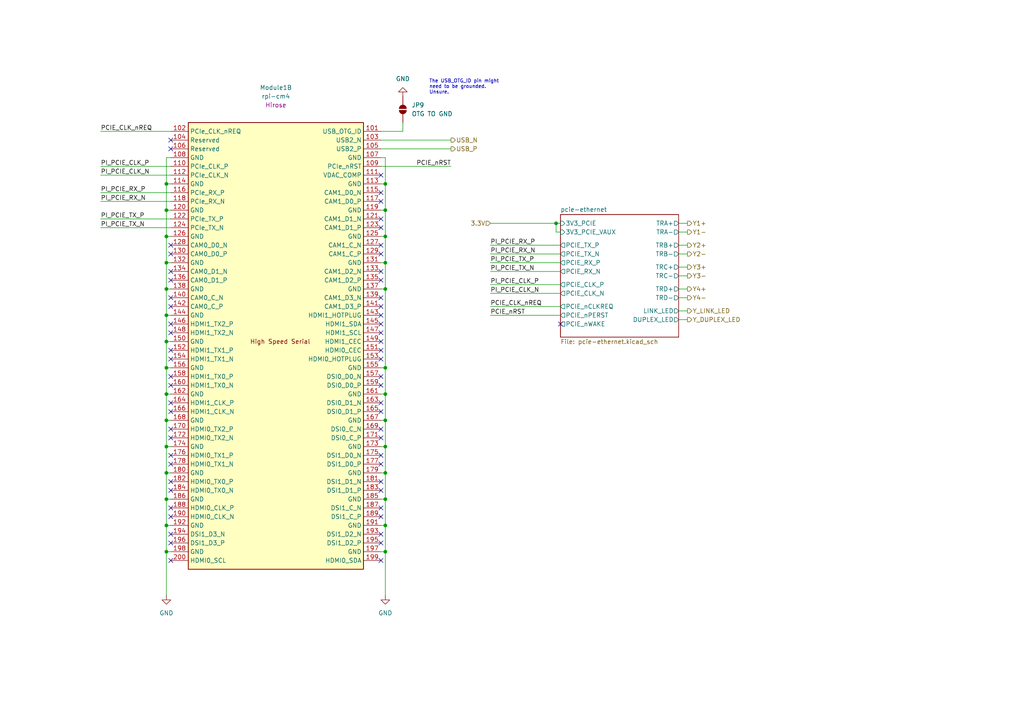
<source format=kicad_sch>
(kicad_sch (version 20250114) (generator "eeschema") (generator_version "9.0")
  (paper "A4")
  (title_block (title "CM4 Hi-speed Serial") (date "2025-12-08") (rev "0.1"))
  (lib_symbols
    (symbol "Jumper:SolderJumper_2_Open" (pin_numbers (hide yes)) (pin_names (offset 0) (hide yes)) (in_bom no)
      (property "Reference" "JP" (at 0 2.032 0))
      (property "Value" "SolderJumper_2_Open" (at 0 -2.54 0))
      (symbol "SolderJumper_2_Open_0_1"
        (polyline (pts (xy -0.254 1.016) (xy -0.254 -1.016)))
        (arc (start -0.254 -1.016) (mid -1.2656 0) (end -0.254 1.016))
        (arc (start -0.254 -1.016) (mid -1.2656 0) (end -0.254 1.016) (fill (type outline)))
        (arc (start 0.254 1.016) (mid 1.2656 0) (end 0.254 -1.016))
        (arc (start 0.254 1.016) (mid 1.2656 0) (end 0.254 -1.016) (fill (type outline)))
        (polyline (pts (xy 0.254 1.016) (xy 0.254 -1.016)))
      )
      (symbol "SolderJumper_2_Open_1_1"
        (pin passive line (at -3.81 0 0) (length 2.54) (name "A") (number "1"))
        (pin passive line (at 3.81 0 180) (length 2.54) (name "B") (number "2"))
      )
    )
    (symbol "fc-board:rpi-cm4"
      (property "Reference" "DF40C-100DS-0.4V(51)" (at 0 61.976 0))
      (property "Value" "rpi-cm4" (at 0 59.944 0))
      (property "Field4" "Hirose" (at 0 0 0))
      (symbol "rpi-cm4_1_0"
        (text "GPIO" (at 0 6.35 0) (effects (font (size 1.27 1.27))))
      )
      (symbol "rpi-cm4_1_1"
        (rectangle (start -30.48 58.42) (end 25.4 -71.12) (stroke (width 0.254)) (fill (type background)))
        (text "600mA Max" (at -8.89 -48.26 0) (effects (font (size 1.27 1.27))))
        (text "600mA Max" (at -8.89 -53.34 0) (effects (font (size 1.27 1.27))))
        (text "NB SD signals are only available" (at -1.27 -27.94 0) (effects (font (size 1.27 1.27))))
        (text "on modules without eMMC" (at -1.27 -30.48 0) (effects (font (size 1.27 1.27))))
        (pin power_in line (at -33.02 55.88 0) (length 2.54) (name "GND") (number "2"))
        (pin passive line (at -33.02 53.34 0) (length 2.54) (name "Ethernet_Pair1_P") (number "4"))
        (pin passive line (at -33.02 50.8 0) (length 2.54) (name "Ethernet_Pair1_N") (number "6"))
        (pin power_in line (at -33.02 48.26 0) (length 2.54) (name "GND") (number "8"))
        (pin passive line (at -33.02 45.72 0) (length 2.54) (name "Ethernet_Pair0_N") (number "10"))
        (pin passive line (at -33.02 43.18 0) (length 2.54) (name "Ethernet_Pair0_P") (number "12"))
        (pin power_in line (at -33.02 40.64 0) (length 2.54) (name "GND") (number "14"))
        (pin input line (at -33.02 38.1 0) (length 2.54) (name "Ethernet_SYNC_IN(1.8v)") (number "16"))
        (pin input line (at -33.02 35.56 0) (length 2.54) (name "Ethernet_SYNC_OUT(1.8v)") (number "18"))
        (pin passive line (at -33.02 33.02 0) (length 2.54) (name "EEPROM_nWP") (number "20"))
        (pin power_in line (at -33.02 30.48 0) (length 2.54) (name "GND") (number "22"))
        (pin passive line (at -33.02 27.94 0) (length 2.54) (name "GPIO26") (number "24"))
        (pin passive line (at -33.02 25.4 0) (length 2.54) (name "GPIO19") (number "26"))
        (pin passive line (at -33.02 22.86 0) (length 2.54) (name "GPIO13") (number "28"))
        (pin passive line (at -33.02 20.32 0) (length 2.54) (name "GPIO6") (number "30"))
        (pin power_in line (at -33.02 17.78 0) (length 2.54) (name "GND") (number "32"))
        (pin passive line (at -33.02 15.24 0) (length 2.54) (name "GPIO5") (number "34"))
        (pin passive line (at -33.02 12.7 0) (length 2.54) (name "ID_SD") (number "36"))
        (pin passive line (at -33.02 10.16 0) (length 2.54) (name "GPIO11") (number "38"))
        (pin passive line (at -33.02 7.62 0) (length 2.54) (name "GPIO9") (number "40"))
        (pin power_in line (at -33.02 5.08 0) (length 2.54) (name "GND") (number "42"))
        (pin passive line (at -33.02 2.54 0) (length 2.54) (name "GPIO10") (number "44"))
        (pin passive line (at -33.02 0 0) (length 2.54) (name "GPIO22") (number "46"))
        (pin passive line (at -33.02 -2.54 0) (length 2.54) (name "GPIO27") (number "48"))
        (pin passive line (at -33.02 -5.08 0) (length 2.54) (name "GPIO17") (number "50"))
        (pin power_in line (at -33.02 -7.62 0) (length 2.54) (name "GND") (number "52"))
        (pin passive line (at -33.02 -10.16 0) (length 2.54) (name "GPIO4") (number "54"))
        (pin passive line (at -33.02 -12.7 0) (length 2.54) (name "GPIO3") (number "56"))
        (pin passive line (at -33.02 -15.24 0) (length 2.54) (name "GPIO2") (number "58"))
        (pin power_in line (at -33.02 -17.78 0) (length 2.54) (name "GND") (number "60"))
        (pin passive line (at -33.02 -20.32 0) (length 2.54) (name "SD_CMD") (number "62"))
        (pin passive line (at -33.02 -22.86 0) (length 2.54) (name "SD_DAT5") (number "64"))
        (pin power_in line (at -33.02 -25.4 0) (length 2.54) (name "GND") (number "66"))
        (pin passive line (at -33.02 -27.94 0) (length 2.54) (name "SD_DAT4") (number "68"))
        (pin passive line (at -33.02 -30.48 0) (length 2.54) (name "SD_DAT7") (number "70"))
        (pin passive line (at -33.02 -33.02 0) (length 2.54) (name "SD_DAT6") (number "72"))
        (pin power_in line (at -33.02 -35.56 0) (length 2.54) (name "GND") (number "74"))
        (pin passive line (at -33.02 -38.1 0) (length 2.54) (name "Reserved") (number "76"))
        (pin power_in line (at -33.02 -40.64 0) (length 2.54) (name "GPIO_VREF(1.8v/3.3v_Input)") (number "78"))
        (pin passive line (at -33.02 -43.18 0) (length 2.54) (name "SCL0") (number "80"))
        (pin passive line (at -33.02 -45.72 0) (length 2.54) (name "SDA0") (number "82"))
        (pin power_out line (at -33.02 -48.26 0) (length 2.54) (name "+3.3v_(Output)") (number "84"))
        (pin power_out line (at -33.02 -50.8 0) (length 2.54) (name "+3.3v_(Output)") (number "86"))
        (pin power_out line (at -33.02 -53.34 0) (length 2.54) (name "+1.8v_(Output)") (number "88"))
        (pin power_out line (at -33.02 -55.88 0) (length 2.54) (name "+1.8v_(Output)") (number "90"))
        (pin passive line (at -33.02 -58.42 0) (length 2.54) (name "RUN_PG") (number "92"))
        (pin passive line (at -33.02 -60.96 0) (length 2.54) (name "AnalogIP1") (number "94"))
        (pin passive line (at -33.02 -63.5 0) (length 2.54) (name "AnalogIP0") (number "96"))
        (pin power_in line (at -33.02 -66.04 0) (length 2.54) (name "GND") (number "98"))
        (pin output line (at -33.02 -68.58 0) (length 2.54) (name "nEXTRST") (number "100"))
        (pin power_in line (at 27.94 55.88 180) (length 2.54) (name "GND") (number "1"))
        (pin passive line (at 27.94 53.34 180) (length 2.54) (name "Ethernet_Pair3_P") (number "3"))
        (pin passive line (at 27.94 50.8 180) (length 2.54) (name "Ethernet_Pair3_N") (number "5"))
        (pin power_in line (at 27.94 48.26 180) (length 2.54) (name "GND") (number "7"))
        (pin passive line (at 27.94 45.72 180) (length 2.54) (name "Ethernet_Pair2_N") (number "9"))
        (pin passive line (at 27.94 43.18 180) (length 2.54) (name "Ethernet_Pair2_P") (number "11"))
        (pin power_in line (at 27.94 40.64 180) (length 2.54) (name "GND") (number "13"))
        (pin output line (at 27.94 38.1 180) (length 2.54) (name "Ethernet_nLED3(3.3v)") (number "15"))
        (pin output line (at 27.94 35.56 180) (length 2.54) (name "Ethernet_nLED2(3.3v)") (number "17"))
        (pin output line (at 27.94 33.02 180) (length 2.54) (name "Ethernet_nLED1(3.3v)") (number "19"))
        (pin open_collector line (at 27.94 30.48 180) (length 2.54) (name "PI_nLED_Activity") (number "21"))
        (pin power_in line (at 27.94 27.94 180) (length 2.54) (name "GND") (number "23"))
        (pin passive line (at 27.94 25.4 180) (length 2.54) (name "GPIO21") (number "25"))
        (pin passive line (at 27.94 22.86 180) (length 2.54) (name "GPIO20") (number "27"))
        (pin passive line (at 27.94 20.32 180) (length 2.54) (name "GPIO16") (number "29"))
        (pin passive line (at 27.94 17.78 180) (length 2.54) (name "GPIO12") (number "31"))
        (pin power_in line (at 27.94 15.24 180) (length 2.54) (name "GND") (number "33"))
        (pin passive line (at 27.94 12.7 180) (length 2.54) (name "ID_SC") (number "35"))
        (pin passive line (at 27.94 10.16 180) (length 2.54) (name "GPIO7") (number "37"))
        (pin passive line (at 27.94 7.62 180) (length 2.54) (name "GPIO8") (number "39"))
        (pin passive line (at 27.94 5.08 180) (length 2.54) (name "GPIO25") (number "41"))
        (pin power_in line (at 27.94 2.54 180) (length 2.54) (name "GND") (number "43"))
        (pin passive line (at 27.94 0 180) (length 2.54) (name "GPIO24") (number "45"))
        (pin passive line (at 27.94 -2.54 180) (length 2.54) (name "GPIO23") (number "47"))
        (pin passive line (at 27.94 -5.08 180) (length 2.54) (name "GPIO18") (number "49"))
        (pin passive line (at 27.94 -7.62 180) (length 2.54) (name "GPIO15") (number "51"))
        (pin power_in line (at 27.94 -10.16 180) (length 2.54) (name "GND") (number "53"))
        (pin passive line (at 27.94 -12.7 180) (length 2.54) (name "GPIO14") (number "55"))
        (pin passive line (at 27.94 -15.24 180) (length 2.54) (name "SD_CLK") (number "57"))
        (pin power_in line (at 27.94 -17.78 180) (length 2.54) (name "GND") (number "59"))
        (pin passive line (at 27.94 -20.32 180) (length 2.54) (name "SD_DAT3") (number "61"))
        (pin passive line (at 27.94 -22.86 180) (length 2.54) (name "SD_DAT0") (number "63"))
        (pin power_in line (at 27.94 -25.4 180) (length 2.54) (name "GND") (number "65"))
        (pin passive line (at 27.94 -27.94 180) (length 2.54) (name "SD_DAT1") (number "67"))
        (pin passive line (at 27.94 -30.48 180) (length 2.54) (name "SD_DAT2") (number "69"))
        (pin power_in line (at 27.94 -33.02 180) (length 2.54) (name "GND") (number "71"))
        (pin input line (at 27.94 -35.56 180) (length 2.54) (name "SD_VDD_Override") (number "73"))
        (pin output line (at 27.94 -38.1 180) (length 2.54) (name "SD_PWR_ON") (number "75"))
        (pin power_in line (at 27.94 -40.64 180) (length 2.54) (name "+5v_(Input)") (number "77"))
        (pin power_in line (at 27.94 -43.18 180) (length 2.54) (name "+5v_(Input)") (number "79"))
        (pin power_in line (at 27.94 -45.72 180) (length 2.54) (name "+5v_(Input)") (number "81"))
        (pin power_in line (at 27.94 -48.26 180) (length 2.54) (name "+5v_(Input)") (number "83"))
        (pin power_in line (at 27.94 -50.8 180) (length 2.54) (name "+5v_(Input)") (number "85"))
        (pin power_in line (at 27.94 -53.34 180) (length 2.54) (name "+5v_(Input)") (number "87"))
        (pin power_in line (at 27.94 -55.88 180) (length 2.54) (name "WiFi_nDisable") (number "89"))
        (pin power_in line (at 27.94 -58.42 180) (length 2.54) (name "BT_nDisable") (number "91"))
        (pin input line (at 27.94 -60.96 180) (length 2.54) (name "nRPIBOOT") (number "93"))
        (pin output line (at 27.94 -63.5 180) (length 2.54) (name "nPI_LED_PWR") (number "95"))
        (pin passive line (at 27.94 -66.04 180) (length 2.54) (name "Camera_GPIO") (number "97"))
        (pin input line (at 27.94 -68.58 180) (length 2.54) (name "Global_EN") (number "99"))
      )
      (symbol "rpi-cm4_2_1"
        (rectangle (start 114.3 63.5) (end 165.1 -66.04) (stroke (width 0.254)) (fill (type background)))
        (text "High Speed Serial" (at 140.97 0 0) (effects (font (size 1.27 1.27))))
        (pin input line (at 109.22 60.96 0) (length 5.08) (name "PCIe_CLK_nREQ") (number "102"))
        (pin passive line (at 109.22 58.42 0) (length 5.08) (name "Reserved") (number "104"))
        (pin passive line (at 109.22 55.88 0) (length 5.08) (name "Reserved") (number "106"))
        (pin power_in line (at 109.22 53.34 0) (length 5.08) (name "GND") (number "108"))
        (pin output line (at 109.22 50.8 0) (length 5.08) (name "PCIe_CLK_P") (number "110"))
        (pin output line (at 109.22 48.26 0) (length 5.08) (name "PCIe_CLK_N") (number "112"))
        (pin power_in line (at 109.22 45.72 0) (length 5.08) (name "GND") (number "114"))
        (pin input line (at 109.22 43.18 0) (length 5.08) (name "PCIe_RX_P") (number "116"))
        (pin input line (at 109.22 40.64 0) (length 5.08) (name "PCIe_RX_N") (number "118"))
        (pin power_in line (at 109.22 38.1 0) (length 5.08) (name "GND") (number "120"))
        (pin output line (at 109.22 35.56 0) (length 5.08) (name "PCIe_TX_P") (number "122"))
        (pin output line (at 109.22 33.02 0) (length 5.08) (name "PCIe_TX_N") (number "124"))
        (pin power_in line (at 109.22 30.48 0) (length 5.08) (name "GND") (number "126"))
        (pin input line (at 109.22 27.94 0) (length 5.08) (name "CAM0_D0_N") (number "128"))
        (pin input line (at 109.22 25.4 0) (length 5.08) (name "CAM0_D0_P") (number "130"))
        (pin power_in line (at 109.22 22.86 0) (length 5.08) (name "GND") (number "132"))
        (pin input line (at 109.22 20.32 0) (length 5.08) (name "CAM0_D1_N") (number "134"))
        (pin input line (at 109.22 17.78 0) (length 5.08) (name "CAM0_D1_P") (number "136"))
        (pin power_in line (at 109.22 15.24 0) (length 5.08) (name "GND") (number "138"))
        (pin input line (at 109.22 12.7 0) (length 5.08) (name "CAM0_C_N") (number "140"))
        (pin input line (at 109.22 10.16 0) (length 5.08) (name "CAM0_C_P") (number "142"))
        (pin power_in line (at 109.22 7.62 0) (length 5.08) (name "GND") (number "144"))
        (pin output line (at 109.22 5.08 0) (length 5.08) (name "HDMI1_TX2_P") (number "146"))
        (pin output line (at 109.22 2.54 0) (length 5.08) (name "HDMI1_TX2_N") (number "148"))
        (pin power_in line (at 109.22 0 0) (length 5.08) (name "GND") (number "150"))
        (pin output line (at 109.22 -2.54 0) (length 5.08) (name "HDMI1_TX1_P") (number "152"))
        (pin output line (at 109.22 -5.08 0) (length 5.08) (name "HDMI1_TX1_N") (number "154"))
        (pin power_in line (at 109.22 -7.62 0) (length 5.08) (name "GND") (number "156"))
        (pin output line (at 109.22 -10.16 0) (length 5.08) (name "HDMI1_TX0_P") (number "158"))
        (pin output line (at 109.22 -12.7 0) (length 5.08) (name "HDMI1_TX0_N") (number "160"))
        (pin power_in line (at 109.22 -15.24 0) (length 5.08) (name "GND") (number "162"))
        (pin output line (at 109.22 -17.78 0) (length 5.08) (name "HDMI1_CLK_P") (number "164"))
        (pin output line (at 109.22 -20.32 0) (length 5.08) (name "HDMI1_CLK_N") (number "166"))
        (pin power_in line (at 109.22 -22.86 0) (length 5.08) (name "GND") (number "168"))
        (pin output line (at 109.22 -25.4 0) (length 5.08) (name "HDMI0_TX2_P") (number "170"))
        (pin output line (at 109.22 -27.94 0) (length 5.08) (name "HDMI0_TX2_N") (number "172"))
        (pin power_in line (at 109.22 -30.48 0) (length 5.08) (name "GND") (number "174"))
        (pin output line (at 109.22 -33.02 0) (length 5.08) (name "HDMI0_TX1_P") (number "176"))
        (pin output line (at 109.22 -35.56 0) (length 5.08) (name "HDMI0_TX1_N") (number "178"))
        (pin power_in line (at 109.22 -38.1 0) (length 5.08) (name "GND") (number "180"))
        (pin output line (at 109.22 -40.64 0) (length 5.08) (name "HDMI0_TX0_P") (number "182"))
        (pin output line (at 109.22 -43.18 0) (length 5.08) (name "HDMI0_TX0_N") (number "184"))
        (pin power_in line (at 109.22 -45.72 0) (length 5.08) (name "GND") (number "186"))
        (pin output line (at 109.22 -48.26 0) (length 5.08) (name "HDMI0_CLK_P") (number "188"))
        (pin output line (at 109.22 -50.8 0) (length 5.08) (name "HDMI0_CLK_N") (number "190"))
        (pin power_in line (at 109.22 -53.34 0) (length 5.08) (name "GND") (number "192"))
        (pin output line (at 109.22 -55.88 0) (length 5.08) (name "DSI1_D3_N") (number "194"))
        (pin output line (at 109.22 -58.42 0) (length 5.08) (name "DSI1_D3_P") (number "196"))
        (pin power_in line (at 109.22 -60.96 0) (length 5.08) (name "GND") (number "198"))
        (pin open_collector line (at 109.22 -63.5 0) (length 5.08) (name "HDMI0_SCL") (number "200"))
        (pin input line (at 170.18 60.96 180) (length 5.08) (name "USB_OTG_ID") (number "101"))
        (pin passive line (at 170.18 58.42 180) (length 5.08) (name "USB2_N") (number "103"))
        (pin passive line (at 170.18 55.88 180) (length 5.08) (name "USB2_P") (number "105"))
        (pin power_in line (at 170.18 53.34 180) (length 5.08) (name "GND") (number "107"))
        (pin bidirectional line (at 170.18 50.8 180) (length 5.08) (name "PCIe_nRST") (number "109"))
        (pin passive line (at 170.18 48.26 180) (length 5.08) (name "VDAC_COMP") (number "111"))
        (pin power_in line (at 170.18 45.72 180) (length 5.08) (name "GND") (number "113"))
        (pin input line (at 170.18 43.18 180) (length 5.08) (name "CAM1_D0_N") (number "115"))
        (pin input line (at 170.18 40.64 180) (length 5.08) (name "CAM1_D0_P") (number "117"))
        (pin power_in line (at 170.18 38.1 180) (length 5.08) (name "GND") (number "119"))
        (pin input line (at 170.18 35.56 180) (length 5.08) (name "CAM1_D1_N") (number "121"))
        (pin input line (at 170.18 33.02 180) (length 5.08) (name "CAM1_D1_P") (number "123"))
        (pin power_in line (at 170.18 30.48 180) (length 5.08) (name "GND") (number "125"))
        (pin input line (at 170.18 27.94 180) (length 5.08) (name "CAM1_C_N") (number "127"))
        (pin input line (at 170.18 25.4 180) (length 5.08) (name "CAM1_C_P") (number "129"))
        (pin power_in line (at 170.18 22.86 180) (length 5.08) (name "GND") (number "131"))
        (pin input line (at 170.18 20.32 180) (length 5.08) (name "CAM1_D2_N") (number "133"))
        (pin input line (at 170.18 17.78 180) (length 5.08) (name "CAM1_D2_P") (number "135"))
        (pin power_in line (at 170.18 15.24 180) (length 5.08) (name "GND") (number "137"))
        (pin input line (at 170.18 12.7 180) (length 5.08) (name "CAM1_D3_N") (number "139"))
        (pin input line (at 170.18 10.16 180) (length 5.08) (name "CAM1_D3_P") (number "141"))
        (pin input line (at 170.18 7.62 180) (length 5.08) (name "HDMI1_HOTPLUG") (number "143"))
        (pin bidirectional line (at 170.18 5.08 180) (length 5.08) (name "HDMI1_SDA") (number "145"))
        (pin open_collector line (at 170.18 2.54 180) (length 5.08) (name "HDMI1_SCL") (number "147"))
        (pin open_collector line (at 170.18 0 180) (length 5.08) (name "HDMI1_CEC") (number "149"))
        (pin open_collector line (at 170.18 -2.54 180) (length 5.08) (name "HDMI0_CEC") (number "151"))
        (pin input line (at 170.18 -5.08 180) (length 5.08) (name "HDMI0_HOTPLUG") (number "153"))
        (pin power_in line (at 170.18 -7.62 180) (length 5.08) (name "GND") (number "155"))
        (pin output line (at 170.18 -10.16 180) (length 5.08) (name "DSI0_D0_N") (number "157"))
        (pin output line (at 170.18 -12.7 180) (length 5.08) (name "DSI0_D0_P") (number "159"))
        (pin power_in line (at 170.18 -15.24 180) (length 5.08) (name "GND") (number "161"))
        (pin output line (at 170.18 -17.78 180) (length 5.08) (name "DSI0_D1_N") (number "163"))
        (pin output line (at 170.18 -20.32 180) (length 5.08) (name "DSI0_D1_P") (number "165"))
        (pin power_in line (at 170.18 -22.86 180) (length 5.08) (name "GND") (number "167"))
        (pin output line (at 170.18 -25.4 180) (length 5.08) (name "DSI0_C_N") (number "169"))
        (pin output line (at 170.18 -27.94 180) (length 5.08) (name "DSI0_C_P") (number "171"))
        (pin power_in line (at 170.18 -30.48 180) (length 5.08) (name "GND") (number "173"))
        (pin output line (at 170.18 -33.02 180) (length 5.08) (name "DSI1_D0_N") (number "175"))
        (pin output line (at 170.18 -35.56 180) (length 5.08) (name "DSI1_D0_P") (number "177"))
        (pin power_in line (at 170.18 -38.1 180) (length 5.08) (name "GND") (number "179"))
        (pin output line (at 170.18 -40.64 180) (length 5.08) (name "DSI1_D1_N") (number "181"))
        (pin output line (at 170.18 -43.18 180) (length 5.08) (name "DSI1_D1_P") (number "183"))
        (pin power_in line (at 170.18 -45.72 180) (length 5.08) (name "GND") (number "185"))
        (pin output line (at 170.18 -48.26 180) (length 5.08) (name "DSI1_C_N") (number "187"))
        (pin output line (at 170.18 -50.8 180) (length 5.08) (name "DSI1_C_P") (number "189"))
        (pin power_in line (at 170.18 -53.34 180) (length 5.08) (name "GND") (number "191"))
        (pin output line (at 170.18 -55.88 180) (length 5.08) (name "DSI1_D2_N") (number "193"))
        (pin output line (at 170.18 -58.42 180) (length 5.08) (name "DSI1_D2_P") (number "195"))
        (pin power_in line (at 170.18 -60.96 180) (length 5.08) (name "GND") (number "197"))
        (pin bidirectional line (at 170.18 -63.5 180) (length 5.08) (name "HDMI0_SDA") (number "199"))
      )
    )
    (symbol "power:GND" (power) (pin_numbers (hide yes)) (pin_names (offset 0) (hide yes))
      (property "Value" "GND" (at 0 -3.81 0))
      (symbol "GND_0_1"
        (polyline (pts (xy 0 0) (xy 0 -1.27) (xy 1.27 -1.27) (xy 0 -2.54) (xy -1.27 -1.27) (xy 0 -1.27)))
      )
      (symbol "GND_1_1"
        (pin power_in line (at 0 0 270) (length 0) (name "~") (number "1"))
      )
    )
  )
  (text "The USB_OTG_ID pin might\nneed to be grounded.\nUnsure." (at 124.46 27.432 0) (effects (font (size 1 1)) (justify left bottom)))
  (junction (at 48.26 53.34))
  (junction (at 48.26 152.4))
  (junction (at 48.26 83.82))
  (junction (at 48.26 106.68))
  (junction (at 48.26 114.3))
  (junction (at 111.76 53.34))
  (junction (at 111.76 121.92))
  (junction (at 111.76 129.54))
  (junction (at 48.26 60.96))
  (junction (at 161.29 64.77))
  (junction (at 111.76 152.4))
  (junction (at 48.26 68.58))
  (junction (at 111.76 76.2))
  (junction (at 48.26 99.06))
  (junction (at 48.26 144.78))
  (junction (at 111.76 160.02))
  (junction (at 48.26 160.02))
  (junction (at 48.26 76.2))
  (junction (at 48.26 129.54))
  (junction (at 48.26 121.92))
  (junction (at 111.76 60.96))
  (junction (at 111.76 83.82))
  (junction (at 48.26 137.16))
  (junction (at 111.76 68.58))
  (junction (at 111.76 144.78))
  (junction (at 111.76 114.3))
  (junction (at 111.76 106.68))
  (junction (at 111.76 137.16))
  (junction (at 48.26 91.44))
  (no_connect (at 110.49 104.14))
  (no_connect (at 49.53 154.94))
  (no_connect (at 110.49 124.46))
  (no_connect (at 49.53 134.62))
  (no_connect (at 49.53 81.28))
  (no_connect (at 110.49 81.28))
  (no_connect (at 49.53 124.46))
  (no_connect (at 110.49 147.32))
  (no_connect (at 110.49 63.5))
  (no_connect (at 49.53 88.9))
  (no_connect (at 110.49 157.48))
  (no_connect (at 110.49 142.24))
  (no_connect (at 49.53 93.98))
  (no_connect (at 110.49 162.56))
  (no_connect (at 110.49 66.04))
  (no_connect (at 49.53 109.22))
  (no_connect (at 49.53 40.64))
  (no_connect (at 110.49 91.44))
  (no_connect (at 110.49 111.76))
  (no_connect (at 162.56 93.98))
  (no_connect (at 49.53 43.18))
  (no_connect (at 110.49 86.36))
  (no_connect (at 49.53 132.08))
  (no_connect (at 110.49 93.98))
  (no_connect (at 49.53 71.12))
  (no_connect (at 49.53 127))
  (no_connect (at 49.53 101.6))
  (no_connect (at 110.49 132.08))
  (no_connect (at 110.49 127))
  (no_connect (at 49.53 119.38))
  (no_connect (at 110.49 139.7))
  (no_connect (at 110.49 119.38))
  (no_connect (at 49.53 116.84))
  (no_connect (at 49.53 104.14))
  (no_connect (at 49.53 149.86))
  (no_connect (at 49.53 73.66))
  (no_connect (at 49.53 78.74))
  (no_connect (at 49.53 111.76))
  (no_connect (at 110.49 88.9))
  (no_connect (at 110.49 154.94))
  (no_connect (at 49.53 147.32))
  (no_connect (at 110.49 55.88))
  (no_connect (at 110.49 96.52))
  (no_connect (at 49.53 96.52))
  (no_connect (at 110.49 109.22))
  (no_connect (at 49.53 162.56))
  (no_connect (at 110.49 116.84))
  (no_connect (at 110.49 99.06))
  (no_connect (at 49.53 157.48))
  (no_connect (at 110.49 73.66))
  (no_connect (at 49.53 139.7))
  (no_connect (at 110.49 78.74))
  (no_connect (at 110.49 149.86))
  (no_connect (at 110.49 101.6))
  (no_connect (at 110.49 134.62))
  (no_connect (at 110.49 58.42))
  (no_connect (at 110.49 71.12))
  (no_connect (at 110.49 50.8))
  (no_connect (at 49.53 86.36))
  (no_connect (at 49.53 142.24))
  (wire (pts (xy 110.49 152.4) (xy 111.76 152.4)))
  (wire (pts (xy 196.85 77.47) (xy 199.39 77.47)))
  (wire (pts (xy 110.49 43.18) (xy 130.81 43.18)))
  (wire (pts (xy 142.24 64.77) (xy 161.29 64.77)))
  (wire (pts (xy 48.26 91.44) (xy 49.53 91.44)))
  (wire (pts (xy 196.85 64.77) (xy 199.39 64.77)))
  (wire (pts (xy 48.26 68.58) (xy 48.26 76.2)))
  (wire (pts (xy 196.85 92.71) (xy 199.39 92.71)))
  (wire (pts (xy 48.26 83.82) (xy 48.26 91.44)))
  (wire (pts (xy 196.85 86.36) (xy 199.39 86.36)))
  (wire (pts (xy 48.26 129.54) (xy 48.26 137.16)))
  (wire (pts (xy 110.49 60.96) (xy 111.76 60.96)))
  (wire (pts (xy 29.21 55.88) (xy 49.53 55.88)))
  (wire (pts (xy 48.26 45.72) (xy 48.26 53.34)))
  (wire (pts (xy 48.26 83.82) (xy 49.53 83.82)))
  (wire (pts (xy 48.26 99.06) (xy 48.26 106.68)))
  (wire (pts (xy 130.81 48.26) (xy 110.49 48.26)))
  (wire (pts (xy 110.49 76.2) (xy 111.76 76.2)))
  (wire (pts (xy 111.76 137.16) (xy 111.76 144.78)))
  (wire (pts (xy 48.26 53.34) (xy 48.26 60.96)))
  (wire (pts (xy 110.49 144.78) (xy 111.76 144.78)))
  (wire (pts (xy 111.76 121.92) (xy 111.76 129.54)))
  (wire (pts (xy 110.49 129.54) (xy 111.76 129.54)))
  (wire (pts (xy 142.24 91.44) (xy 162.56 91.44)))
  (wire (pts (xy 48.26 53.34) (xy 49.53 53.34)))
  (wire (pts (xy 110.49 137.16) (xy 111.76 137.16)))
  (wire (pts (xy 29.21 48.26) (xy 49.53 48.26)))
  (wire (pts (xy 29.21 38.1) (xy 49.53 38.1)))
  (wire (pts (xy 48.26 106.68) (xy 48.26 114.3)))
  (wire (pts (xy 111.76 129.54) (xy 111.76 137.16)))
  (wire (pts (xy 111.76 68.58) (xy 111.76 76.2)))
  (wire (pts (xy 48.26 60.96) (xy 48.26 68.58)))
  (wire (pts (xy 111.76 45.72) (xy 111.76 53.34)))
  (wire (pts (xy 196.85 71.12) (xy 199.39 71.12)))
  (wire (pts (xy 48.26 91.44) (xy 48.26 99.06)))
  (wire (pts (xy 48.26 137.16) (xy 48.26 144.78)))
  (wire (pts (xy 111.76 60.96) (xy 111.76 68.58)))
  (wire (pts (xy 48.26 129.54) (xy 49.53 129.54)))
  (wire (pts (xy 48.26 144.78) (xy 49.53 144.78)))
  (wire (pts (xy 196.85 73.66) (xy 199.39 73.66)))
  (wire (pts (xy 48.26 106.68) (xy 49.53 106.68)))
  (wire (pts (xy 48.26 76.2) (xy 48.26 83.82)))
  (wire (pts (xy 29.21 50.8) (xy 49.53 50.8)))
  (wire (pts (xy 48.26 121.92) (xy 49.53 121.92)))
  (wire (pts (xy 111.76 114.3) (xy 111.76 121.92)))
  (wire (pts (xy 161.29 64.77) (xy 162.56 64.77)))
  (wire (pts (xy 111.76 152.4) (xy 111.76 160.02)))
  (wire (pts (xy 111.76 106.68) (xy 111.76 114.3)))
  (wire (pts (xy 110.49 45.72) (xy 111.76 45.72)))
  (wire (pts (xy 162.56 67.31) (xy 161.29 67.31)))
  (wire (pts (xy 110.49 53.34) (xy 111.76 53.34)))
  (wire (pts (xy 48.26 152.4) (xy 48.26 160.02)))
  (wire (pts (xy 142.24 88.9) (xy 162.56 88.9)))
  (wire (pts (xy 48.26 76.2) (xy 49.53 76.2)))
  (wire (pts (xy 142.24 78.74) (xy 162.56 78.74)))
  (wire (pts (xy 48.26 121.92) (xy 48.26 129.54)))
  (wire (pts (xy 48.26 114.3) (xy 48.26 121.92)))
  (wire (pts (xy 110.49 160.02) (xy 111.76 160.02)))
  (wire (pts (xy 161.29 67.31) (xy 161.29 64.77)))
  (wire (pts (xy 116.84 35.56) (xy 116.84 38.1)))
  (wire (pts (xy 111.76 160.02) (xy 111.76 172.72)))
  (wire (pts (xy 49.53 45.72) (xy 48.26 45.72)))
  (wire (pts (xy 111.76 83.82) (xy 111.76 106.68)))
  (wire (pts (xy 29.21 66.04) (xy 49.53 66.04)))
  (wire (pts (xy 48.26 144.78) (xy 48.26 152.4)))
  (wire (pts (xy 196.85 80.01) (xy 199.39 80.01)))
  (wire (pts (xy 48.26 60.96) (xy 49.53 60.96)))
  (wire (pts (xy 29.21 58.42) (xy 49.53 58.42)))
  (wire (pts (xy 142.24 73.66) (xy 162.56 73.66)))
  (wire (pts (xy 110.49 114.3) (xy 111.76 114.3)))
  (wire (pts (xy 49.53 160.02) (xy 48.26 160.02)))
  (wire (pts (xy 110.49 83.82) (xy 111.76 83.82)))
  (wire (pts (xy 48.26 114.3) (xy 49.53 114.3)))
  (wire (pts (xy 110.49 121.92) (xy 111.76 121.92)))
  (wire (pts (xy 48.26 152.4) (xy 49.53 152.4)))
  (wire (pts (xy 142.24 71.12) (xy 162.56 71.12)))
  (wire (pts (xy 142.24 85.09) (xy 162.56 85.09)))
  (wire (pts (xy 142.24 76.2) (xy 162.56 76.2)))
  (wire (pts (xy 110.49 106.68) (xy 111.76 106.68)))
  (wire (pts (xy 111.76 144.78) (xy 111.76 152.4)))
  (wire (pts (xy 29.21 63.5) (xy 49.53 63.5)))
  (wire (pts (xy 48.26 137.16) (xy 49.53 137.16)))
  (wire (pts (xy 48.26 68.58) (xy 49.53 68.58)))
  (wire (pts (xy 142.24 82.55) (xy 162.56 82.55)))
  (wire (pts (xy 110.49 38.1) (xy 116.84 38.1)))
  (wire (pts (xy 196.85 90.17) (xy 199.39 90.17)))
  (wire (pts (xy 48.26 160.02) (xy 48.26 172.72)))
  (wire (pts (xy 48.26 99.06) (xy 49.53 99.06)))
  (wire (pts (xy 196.85 67.31) (xy 199.39 67.31)))
  (wire (pts (xy 111.76 53.34) (xy 111.76 60.96)))
  (wire (pts (xy 196.85 83.82) (xy 199.39 83.82)))
  (wire (pts (xy 110.49 68.58) (xy 111.76 68.58)))
  (wire (pts (xy 110.49 40.64) (xy 130.81 40.64)))
  (wire (pts (xy 111.76 76.2) (xy 111.76 83.82)))
  (label "PI_PCIE_CLK_N" (at 142.24 85.09 0))
  (label "PCIE_nRST" (at 142.24 91.44 0))
  (label "PI_PCIE_TX_P" (at 29.21 63.5 0))
  (label "PI_PCIE_RX_N" (at 29.21 58.42 0))
  (label "PI_PCIE_CLK_P" (at 142.24 82.55 0))
  (label "PI_PCIE_RX_N" (at 142.24 73.66 0))
  (label "PCIE_nRST" (at 130.81 48.26 180))
  (label "PI_PCIE_RX_P" (at 142.24 71.12 0))
  (label "PI_PCIE_CLK_P" (at 29.21 48.26 0))
  (label "PI_PCIE_TX_N" (at 142.24 78.74 0))
  (label "PCIE_CLK_nREQ" (at 142.24 88.9 0))
  (label "PCIE_CLK_nREQ" (at 29.21 38.1 0))
  (label "PI_PCIE_TX_N" (at 29.21 66.04 0))
  (label "PI_PCIE_RX_P" (at 29.21 55.88 0))
  (label "PI_PCIE_CLK_N" (at 29.21 50.8 0))
  (label "PI_PCIE_TX_P" (at 142.24 76.2 0))
  (hierarchical_label "3.3V" (shape input) (at 142.24 64.77 180))
  (hierarchical_label "USB_N" (shape output) (at 130.81 40.64 0))
  (hierarchical_label "Y4-" (shape output) (at 199.39 86.36 0))
  (hierarchical_label "Y2-" (shape output) (at 199.39 73.66 0))
  (hierarchical_label "USB_P" (shape output) (at 130.81 43.18 0))
  (hierarchical_label "Y1-" (shape output) (at 199.39 67.31 0))
  (hierarchical_label "Y_LINK_LED" (shape output) (at 199.39 90.17 0))
  (hierarchical_label "Y_DUPLEX_LED" (shape output) (at 199.39 92.71 0))
  (hierarchical_label "Y2+" (shape output) (at 199.39 71.12 0))
  (hierarchical_label "Y3+" (shape output) (at 199.39 77.47 0))
  (hierarchical_label "Y3-" (shape output) (at 199.39 80.01 0))
  (hierarchical_label "Y4+" (shape output) (at 199.39 83.82 0))
  (hierarchical_label "Y1+" (shape output) (at 199.39 64.77 0))
  (symbol (lib_id "power:GND") (at 116.84 27.94 180) (unit 1)
    (property "Reference" "#PWR024" (effects (hide yes)))
    (property "Value" "GND" (at 116.84 22.86 0))
    (property "Description" "Power symbol creates a global label with name \"GND\" , ground" (effects (hide yes)))
  )
  (symbol (lib_id "power:GND") (at 48.26 172.72 0) (unit 1)
    (property "Reference" "#PWR022" (effects (hide yes)))
    (property "Value" "GND" (at 48.26 177.8 0))
    (property "Description" "Power symbol creates a global label with name \"GND\" , ground" (effects (hide yes)))
  )
  (symbol (lib_id "power:GND") (at 111.76 172.72 0) (unit 1)
    (property "Reference" "#PWR023" (effects (hide yes)))
    (property "Value" "GND" (at 111.76 177.8 0))
    (property "Description" "Power symbol creates a global label with name \"GND\" , ground" (effects (hide yes)))
  )
  (symbol (lib_id "Jumper:SolderJumper_2_Open") (at 116.84 31.75 90) (unit 1) (in_bom no)
    (property "Reference" "JP9" (at 119.38 30.4799 90) (effects (justify right)))
    (property "Value" "OTG TO GND" (at 119.38 33.0199 90) (effects (justify right)))
    (property "Footprint" "Jumper:SolderJumper-2_P1.3mm_Open_Pad1.0x1.5mm" (effects (hide yes)))
    (property "Description" "Solder Jumper, 2-pole, open" (effects (hide yes)))
  )
  (symbol (lib_id "fc-board:rpi-cm4") (at -59.69 99.06 0) (unit 2)
    (property "Reference" "Module1" (at 80.01 25.4 0))
    (property "Value" "rpi-cm4" (at 80.01 27.94 0))
    (property "Footprint" "fc-board:rpi-cm4" (effects (hide yes)))
    (property "Datasheet" "https://www.hirose.com/en/product/document?clcode=&productname=&series=DF40&documenttype=Catalog&lang=en&documentid=en_DF40_CAT" (effects (hide yes)))
    (property "Description" "DF40C-100DS-0.4V(51)" (effects (hide yes)))
    (property "Field4" "Hirose" (at 80.01 30.48 0))
  )
  (sheet (at 162.56 62.23) (size 34.29 35.56) (stroke (width 0.1524))
    (property "Sheetname" "pcie-ethernet" (at 162.56 61.5184 0) (effects (justify left bottom)))
    (property "Sheetfile" "pcie-ethernet.kicad_sch" (at 162.56 98.3746 0) (effects (justify left top)))
    (pin "TRB+" output (at 196.85 71.12 0))
    (pin "TRA-" output (at 196.85 67.31 0))
    (pin "TRB-" output (at 196.85 73.66 0))
    (pin "LINK_LED" output (at 196.85 90.17 0))
    (pin "TRC+" output (at 196.85 77.47 0))
    (pin "3V3_PCIE" input (at 162.56 64.77 180))
    (pin "TRD-" output (at 196.85 86.36 0))
    (pin "TRD+" output (at 196.85 83.82 0))
    (pin "PCIE_nPERST" output (at 162.56 91.44 180))
    (pin "DUPLEX_LED" output (at 196.85 92.71 0))
    (pin "PCIE_CLK_P" output (at 162.56 82.55 180))
    (pin "PCIE_RX_P" output (at 162.56 76.2 180))
    (pin "PCIE_nWAKE" output (at 162.56 93.98 180))
    (pin "PCIE_TX_P" output (at 162.56 71.12 180))
    (pin "TRA+" output (at 196.85 64.77 0))
    (pin "3V3_PCIE_VAUX" input (at 162.56 67.31 180))
    (pin "TRC-" output (at 196.85 80.01 0))
    (pin "PCIE_nCLKREQ" output (at 162.56 88.9 180))
    (pin "PCIE_RX_N" output (at 162.56 78.74 180))
    (pin "PCIE_TX_N" output (at 162.56 73.66 180))
    (pin "PCIE_CLK_N" output (at 162.56 85.09 180))
  )
)
</source>
